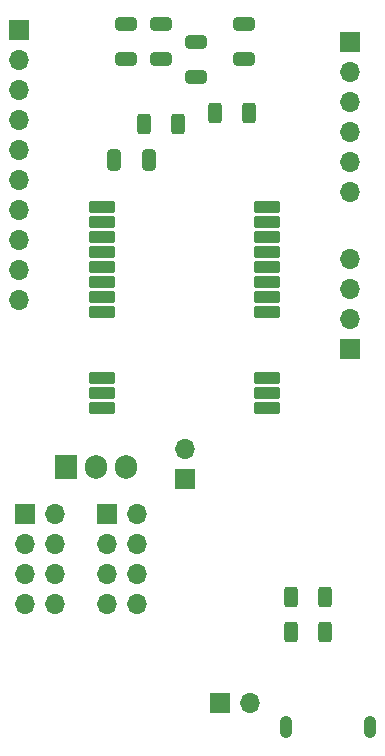
<source format=gbs>
%TF.GenerationSoftware,KiCad,Pcbnew,8.0.1*%
%TF.CreationDate,2024-03-25T00:20:22-03:00*%
%TF.ProjectId,estacao_metereologica_lora,65737461-6361-46f5-9f6d-65746572656f,rev?*%
%TF.SameCoordinates,Original*%
%TF.FileFunction,Soldermask,Bot*%
%TF.FilePolarity,Negative*%
%FSLAX46Y46*%
G04 Gerber Fmt 4.6, Leading zero omitted, Abs format (unit mm)*
G04 Created by KiCad (PCBNEW 8.0.1) date 2024-03-25 00:20:22*
%MOMM*%
%LPD*%
G01*
G04 APERTURE LIST*
G04 Aperture macros list*
%AMRoundRect*
0 Rectangle with rounded corners*
0 $1 Rounding radius*
0 $2 $3 $4 $5 $6 $7 $8 $9 X,Y pos of 4 corners*
0 Add a 4 corners polygon primitive as box body*
4,1,4,$2,$3,$4,$5,$6,$7,$8,$9,$2,$3,0*
0 Add four circle primitives for the rounded corners*
1,1,$1+$1,$2,$3*
1,1,$1+$1,$4,$5*
1,1,$1+$1,$6,$7*
1,1,$1+$1,$8,$9*
0 Add four rect primitives between the rounded corners*
20,1,$1+$1,$2,$3,$4,$5,0*
20,1,$1+$1,$4,$5,$6,$7,0*
20,1,$1+$1,$6,$7,$8,$9,0*
20,1,$1+$1,$8,$9,$2,$3,0*%
G04 Aperture macros list end*
%ADD10R,1.700000X1.700000*%
%ADD11O,1.700000X1.700000*%
%ADD12O,1.050000X1.900000*%
%ADD13R,1.905000X2.000000*%
%ADD14O,1.905000X2.000000*%
%ADD15RoundRect,0.250000X-0.650000X0.325000X-0.650000X-0.325000X0.650000X-0.325000X0.650000X0.325000X0*%
%ADD16RoundRect,0.102000X1.000000X0.400000X-1.000000X0.400000X-1.000000X-0.400000X1.000000X-0.400000X0*%
%ADD17RoundRect,0.250000X0.312500X0.625000X-0.312500X0.625000X-0.312500X-0.625000X0.312500X-0.625000X0*%
%ADD18RoundRect,0.250000X-0.312500X-0.625000X0.312500X-0.625000X0.312500X0.625000X-0.312500X0.625000X0*%
%ADD19RoundRect,0.250000X-0.325000X-0.650000X0.325000X-0.650000X0.325000X0.650000X-0.325000X0.650000X0*%
%ADD20RoundRect,0.250000X0.650000X-0.325000X0.650000X0.325000X-0.650000X0.325000X-0.650000X-0.325000X0*%
G04 APERTURE END LIST*
D10*
%TO.C,J1*%
X111000000Y-114000000D03*
D11*
X113540000Y-114000000D03*
%TD*%
D12*
%TO.C,J2*%
X116550000Y-116000000D03*
X123700000Y-116000000D03*
%TD*%
D13*
%TO.C,Q2*%
X97920000Y-94000000D03*
D14*
X100460000Y-94000000D03*
X103000000Y-94000000D03*
%TD*%
D10*
%TO.C,J3*%
X108000000Y-95000000D03*
D11*
X108000000Y-92460000D03*
%TD*%
D10*
%TO.C,J5*%
X94000000Y-57000000D03*
D11*
X94000000Y-59540000D03*
X94000000Y-62080000D03*
X94000000Y-64620000D03*
X94000000Y-67160000D03*
X94000000Y-69700000D03*
X94000000Y-72240000D03*
X94000000Y-74780000D03*
X94000000Y-77320000D03*
X94000000Y-79860000D03*
%TD*%
D10*
%TO.C,J6*%
X101460000Y-98000000D03*
D11*
X104000000Y-98000000D03*
X101460000Y-100540000D03*
X104000000Y-100540000D03*
X101460000Y-103080000D03*
X104000000Y-103080000D03*
X101460000Y-105620000D03*
X104000000Y-105620000D03*
%TD*%
D10*
%TO.C,J10*%
X122000000Y-58000000D03*
D11*
X122000000Y-60540000D03*
X122000000Y-63080000D03*
X122000000Y-65620000D03*
X122000000Y-68160000D03*
X122000000Y-70700000D03*
%TD*%
D10*
%TO.C,J4*%
X94460000Y-98000000D03*
D11*
X97000000Y-98000000D03*
X94460000Y-100540000D03*
X97000000Y-100540000D03*
X94460000Y-103080000D03*
X97000000Y-103080000D03*
X94460000Y-105620000D03*
X97000000Y-105620000D03*
%TD*%
D10*
%TO.C,J9*%
X122000000Y-84000000D03*
D11*
X122000000Y-81460000D03*
X122000000Y-78920000D03*
X122000000Y-76380000D03*
%TD*%
D15*
%TO.C,C1*%
X106000000Y-56525000D03*
X106000000Y-59475000D03*
%TD*%
D16*
%TO.C,IC1*%
X101000000Y-89000000D03*
X101000000Y-87730000D03*
X101000000Y-86460000D03*
X101000000Y-80890000D03*
X101000000Y-79620000D03*
X101000000Y-78350000D03*
X101000000Y-77080000D03*
X101000000Y-75810000D03*
X101000000Y-74540000D03*
X101000000Y-73270000D03*
X101000000Y-72000000D03*
X115000000Y-72000000D03*
X115000000Y-73270000D03*
X115000000Y-74540000D03*
X115000000Y-75810000D03*
X115000000Y-77080000D03*
X115000000Y-78350000D03*
X115000000Y-79620000D03*
X115000000Y-80890000D03*
X115000000Y-86460000D03*
X115000000Y-87730000D03*
X115000000Y-89000000D03*
%TD*%
D17*
%TO.C,R9*%
X113462500Y-64000000D03*
X110537500Y-64000000D03*
%TD*%
D18*
%TO.C,R3*%
X117000000Y-108000000D03*
X119925000Y-108000000D03*
%TD*%
D19*
%TO.C,C10*%
X102000000Y-68000000D03*
X104950000Y-68000000D03*
%TD*%
D18*
%TO.C,R2*%
X117000000Y-105000000D03*
X119925000Y-105000000D03*
%TD*%
D17*
%TO.C,R10*%
X107462500Y-65000000D03*
X104537500Y-65000000D03*
%TD*%
D20*
%TO.C,C9*%
X109000000Y-61000000D03*
X109000000Y-58050000D03*
%TD*%
D15*
%TO.C,C3*%
X103000000Y-56525000D03*
X103000000Y-59475000D03*
%TD*%
D20*
%TO.C,C7*%
X113000000Y-59475000D03*
X113000000Y-56525000D03*
%TD*%
M02*

</source>
